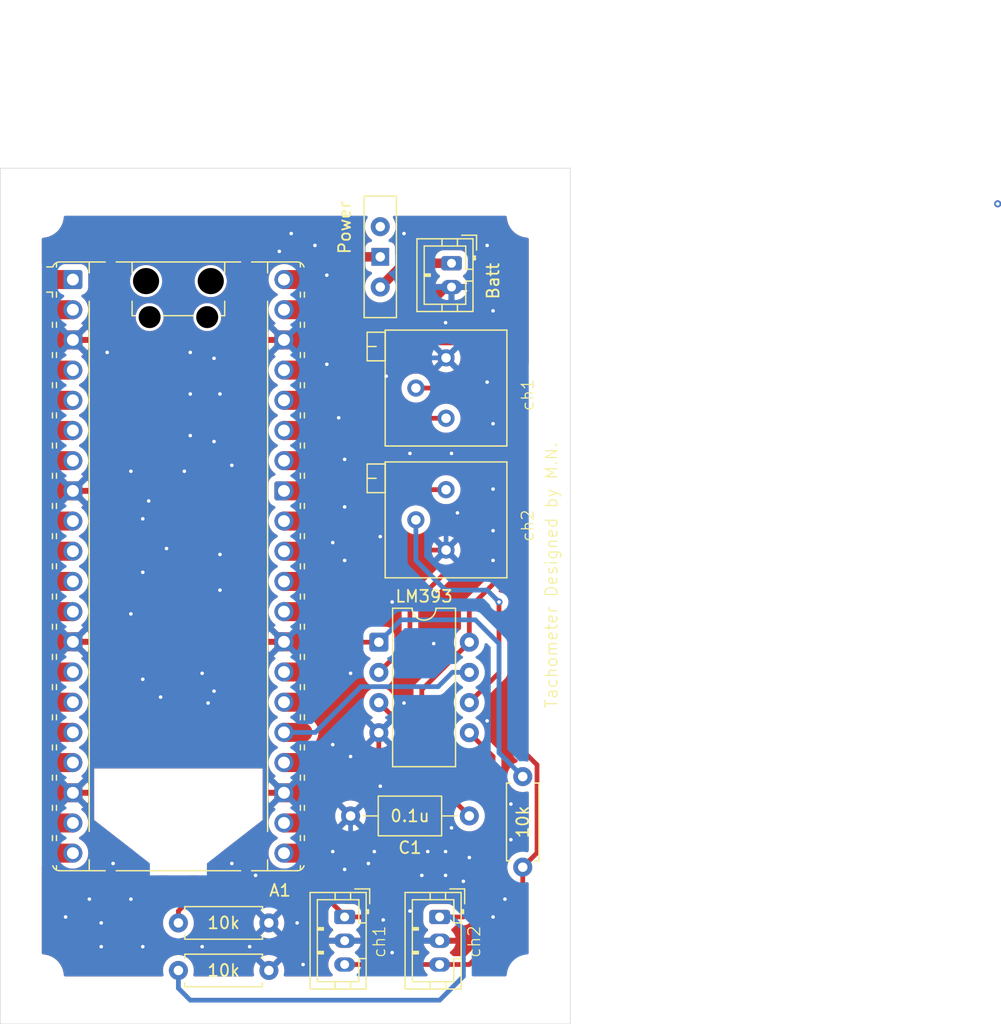
<source format=kicad_pcb>
(kicad_pcb (version 20241229) (generator "pcbnew") (generator_version "9.0")
  (layers (0 "F.Cu" signal) (2 "B.Cu" signal) (13 "F.Paste" user) (15 "B.Paste" user) (5 "F.SilkS" user "F.Silkscreen") (7 "B.SilkS" user "B.Silkscreen") (1 "F.Mask" user) (3 "B.Mask" user) (25 "Edge.Cuts" user))
  (net 0 "")
  (net 2 "GND")
  (net 7 "VPP")
  (net 12 "+3V3")
  (net 32 "Net-(J1-Pin_1)")
  (net 33 "Net-(U2-IN1(-))")
  (net 60 "Net-(J2-Pin_1)")
  (net 61 "Net-(U2-IN2(-))")
  (net 62 "Net-(A1-GPIO19)")
  (net 64 "Net-(A1-GPIO20)")
  (net 68 "Net-(J3-Pin_1)")
  (footprint "Connector_JST:JST_PH_B3B-PH-K_1x03_P2.00mm_Vertical" (layer "F.Cu") (at 144 115.5 -90)
    (property "Reference" "J1" (hide yes))
    (property "Value" "Conn_01x03_Pin" (hide yes))
  )
  (footprint "Connector_JST:JST_PH_B2B-PH-K_1x02_P2.00mm_Vertical" (layer "F.Cu") (at 153 60.5 -90)
    (property "Reference" "J3" (hide yes))
    (property "Value" "Batt")
  )
  (footprint "MountingHole:MountingHole_3.2mm_M3" (layer "F.Cu") (at 118.5 120.5)
    (property "Reference" "REF**" (hide yes))
    (property "Value" "MountingHole_3.2mm_M3" (hide yes))
  )
  (footprint "Resistor_THT:R_Axial_DIN0207_L6.3mm_D2.5mm_P7.62mm_Horizontal" (layer "F.Cu") (at 130 116)
    (property "Reference" "R2" (hide yes))
    (property "Value" "10k")
  )
  (footprint "MountingHole:MountingHole_3.2mm_M3" (layer "F.Cu") (at 159.5 120.5)
    (property "Reference" "REF**" (hide yes))
    (property "Value" "MountingHole_3.2mm_M3" (hide yes))
  )
  (footprint "Module:RaspberryPi_Pico_Common_Unspecified" (layer "F.Cu") (at 130 86)
    (property "Reference" "A1")
    (property "Value" "RaspberryPi_Pico" (hide yes))
  )
  (footprint "Potentiometer_THT:Potentiometer_Bourns_3296P_Horizontal" (layer "F.Cu") (at 152.54 79.55)
    (property "Reference" "RV2" (hide yes))
    (property "Value" "R_Potentiometer" (hide yes))
  )
  (footprint "Button_Switch_THT:SW_Slide-03_Wuerth-WS-SLTV_10x2.5x6.4_P2.54mm" (layer "F.Cu") (at 147 59.96 90)
    (property "Reference" "Power")
    (property "Value" "SW_SPST" (hide yes))
  )
  (footprint "Resistor_THT:R_Axial_DIN0207_L6.3mm_D2.5mm_P7.62mm_Horizontal" (layer "F.Cu") (at 130 120)
    (property "Reference" "R3" (hide yes))
    (property "Value" "10k")
  )
  (footprint "MountingHole:MountingHole_3.2mm_M3" (layer "F.Cu") (at 118.5 56.5)
    (property "Reference" "REF**" (hide yes))
    (property "Value" "MountingHole_3.2mm_M3" (hide yes))
  )
  (footprint "Potentiometer_THT:Potentiometer_Bourns_3296P_Horizontal" (layer "F.Cu") (at 152.54 68.46)
    (property "Reference" "RV1" (hide yes))
    (property "Value" "R_Potentiometer" (hide yes))
  )
  (footprint "Resistor_THT:R_Axial_DIN0207_L6.3mm_D2.5mm_P7.62mm_Horizontal" (layer "F.Cu") (at 159 111.31 90)
    (property "Reference" "R1")
    (property "Value" "10k")
  )
  (footprint "Capacitor_THT:C_Axial_L5.1mm_D3.1mm_P10.00mm_Horizontal" (layer "F.Cu") (at 154.5 107 180)
    (property "Reference" "C1")
    (property "Value" "0.1u")
  )
  (footprint "MountingHole:MountingHole_3.2mm_M3" (layer "F.Cu") (at 159.5 56.5)
    (property "Reference" "REF**" (hide yes))
    (property "Value" "MountingHole_3.2mm_M3" (hide yes))
  )
  (footprint "Package_DIP:CERDIP-8_W7.62mm_SideBrazed" (layer "F.Cu") (at 146.88 92.38)
    (property "Reference" "LM393")
    (property "Value" "LN393N" (hide yes))
  )
  (footprint "Connector_JST:JST_PH_B3B-PH-K_1x03_P2.00mm_Vertical" (layer "F.Cu") (at 152 115.5 -90)
    (property "Reference" "J2" (hide yes))
    (property "Value" "Conn_01x03_Pin" (hide yes))
  )
  (gr_rect (start 115 52.5) (end 163 124.5) (stroke (width 0.05)) (fill no) (layer "Edge.Cuts"))
  (gr_text "ch1" (at 160 73 90) (layer "F.SilkS") (effects (font (size 1 1) (thickness 0.1)) (justify left bottom)))
  (gr_text "ch2" (at 155.5 119 90) (layer "F.SilkS") (effects (font (size 1 1) (thickness 0.1)) (justify left bottom)))
  (gr_text "Tachometer Designed by M.N." (at 162 98 90) (layer "F.SilkS") (effects (font (size 1 1) (thickness 0.1)) (justify left bottom)))
  (gr_text "ch2" (at 160 84 90) (layer "F.SilkS") (effects (font (size 1 1) (thickness 0.1)) (justify left bottom)))
  (gr_text "ch1" (at 147.5 119 90) (layer "F.SilkS") (effects (font (size 1 1) (thickness 0.1)) (justify left bottom)))
  (via (at 199 55.5) (size 0.6) (drill 0.3) (layers "F.Cu" "B.Cu") (net 0))
  (segment (start 145.5 104) (end 145 103.5) (width 0.4) (layer "F.Cu") (net 2))
  (segment (start 137.62 120) (end 140.12 117.5) (width 0.4) (layer "F.Cu") (net 2))
  (segment (start 152.5 62.5) (end 150 65) (width 0.8) (layer "F.Cu") (net 2))
  (segment (start 139.12 117.5) (end 140.12 117.5) (width 0.4) (layer "F.Cu") (net 2))
  (segment (start 146.88 102.62) (end 146.88 100) (width 0.4) (layer "F.Cu") (net 2))
  (segment (start 150 65) (end 145 65) (width 0.8) (layer "F.Cu") (net 2))
  (segment (start 150.37 84.63) (end 142.65 92.35) (width 0.4) (layer "F.Cu") (net 2))
  (segment (start 143.05 66.95) (end 139.69 66.95) (width 0.8) (layer "F.Cu") (net 2))
  (segment (start 144.5 107) (end 145.5 106) (width 0.4) (layer "F.Cu") (net 2))
  (segment (start 145 103.5) (end 144 103.5) (width 0.4) (layer "F.Cu") (net 2))
  (segment (start 142.65 92.35) (end 139.69 92.35) (width 0.4) (layer "F.Cu") (net 2))
  (segment (start 140.12 117.5) (end 144 117.5) (width 0.4) (layer "F.Cu") (net 2))
  (segment (start 145.5 104) (end 146.88 102.62) (width 0.4) (layer "F.Cu") (net 2))
  (segment (start 145 65) (end 143.05 66.95) (width 0.8) (layer "F.Cu") (net 2))
  (segment (start 144 103.5) (end 142.45 105.05) (width 0.4) (layer "F.Cu") (net 2))
  (segment (start 142.45 105.05) (end 139.69 105.05) (width 0.4) (layer "F.Cu") (net 2))
  (segment (start 137.62 116) (end 139.12 117.5) (width 0.4) (layer "F.Cu") (net 2))
  (segment (start 144 117.5) (end 152 117.5) (width 0.4) (layer "F.Cu") (net 2))
  (segment (start 145.5 106) (end 145.5 104) (width 0.4) (layer "F.Cu") (net 2))
  (segment (start 152.54 84.63) (end 150.37 84.63) (width 0.4) (layer "F.Cu") (net 2))
  (via (at 144 77) (size 0.6) (drill 0.3) (layers "F.Cu" "B.Cu") (net 2))
  (via (at 126 78) (size 0.6) (drill 0.3) (layers "F.Cu" "B.Cu") (net 2))
  (via (at 133.5 88) (size 0.6) (drill 0.3) (layers "F.Cu" "B.Cu") (net 2))
  (via (at 152.5 65.5) (size 0.6) (drill 0.3) (layers "F.Cu" "B.Cu") (net 2))
  (via (at 126 114) (size 0.6) (drill 0.3) (layers "F.Cu" "B.Cu") (net 2))
  (via (at 127 82) (size 0.6) (drill 0.3) (layers "F.Cu" "B.Cu") (net 2))
  (via (at 156.5 74) (size 0.6) (drill 0.3) (layers "F.Cu" "B.Cu") (net 2))
  (via (at 132.5 97.5) (size 0.6) (drill 0.3) (layers "F.Cu" "B.Cu") (net 2))
  (via (at 127 95.5) (size 0.6) (drill 0.3) (layers "F.Cu" "B.Cu") (net 2))
  (via (at 154 112.5) (size 0.6) (drill 0.3) (layers "F.Cu" "B.Cu") (net 2))
  (via (at 148 118.5) (size 0.6) (drill 0.3) (layers "F.Cu" "B.Cu") (net 2))
  (via (at 130.5 78) (size 0.6) (drill 0.3) (layers "F.Cu" "B.Cu") (net 2))
  (via (at 126 90) (size 0.6) (drill 0.3) (layers "F.Cu" "B.Cu") (net 2))
  (via (at 156 99) (size 0.6) (drill 0.3) (layers "F.Cu" "B.Cu") (net 2))
  (via (at 136.5 112) (size 0.6) (drill 0.3) (layers "F.Cu" "B.Cu") (net 2))
  (via (at 158 106) (size 0.6) (drill 0.3) (layers "F.Cu" "B.Cu") (net 2))
  (via (at 144 81) (size 0.6) (drill 0.3) (layers "F.Cu" "B.Cu") (net 2))
  (via (at 136 118) (size 0.6) (drill 0.3) (layers "F.Cu" "B.Cu") (net 2))
  (via (at 127.5 80.5) (size 0.6) (drill 0.3) (layers "F.Cu" "B.Cu") (net 2))
  (via (at 149.5 76.5) (size 0.6) (drill 0.3) (layers "F.Cu" "B.Cu") (net 2))
  (via (at 139.5 58) (size 0.6) (drill 0.3) (layers "F.Cu" "B.Cu") (net 2))
  (via (at 153.5 81.5) (size 0.6) (drill 0.3) (layers "F.Cu" "B.Cu") (net 2))
  (via (at 134.5 77.5) (size 0.6) (drill 0.3) (layers "F.Cu" "B.Cu") (net 2))
  (via (at 143 84) (size 0.6) (drill 0.3) (layers "F.Cu" "B.Cu") (net 2))
  (via (at 153 108) (size 0.6) (drill 0.3) (layers "F.Cu" "B.Cu") (net 2))
  (via (at 133.5 85) (size 0.6) (drill 0.3) (layers "F.Cu" "B.Cu") (net 2))
  (via (at 144.5 102) (size 0.6) (drill 0.3) (layers "F.Cu" "B.Cu") (net 2))
  (via (at 133.5 71.5) (size 0.6) (drill 0.3) (layers "F.Cu" "B.Cu") (net 2))
  (via (at 131 71.5) (size 0.6) (drill 0.3) (layers "F.Cu" "B.Cu") (net 2))
  (via (at 129 84.5) (size 0.6) (drill 0.3) (layers "F.Cu" "B.Cu") (net 2))
  (via (at 140.5 119.5) (size 0.6) (drill 0.3) (layers "F.Cu" "B.Cu") (net 2))
  (via (at 147 83.5) (size 0.6) (drill 0.3) (layers "F.Cu" "B.Cu") (net 2))
  (via (at 141.5 59) (size 0.6) (drill 0.3) (layers "F.Cu" "B.Cu") (net 2))
  (via (at 127 86.5) (size 0.6) (drill 0.3) (layers "F.Cu" "B.Cu") (net 2))
  (via (at 122.5 114) (size 0.6) (drill 0.3) (layers "F.Cu" "B.Cu") (net 2))
  (via (at 123.5 116) (size 0.6) (drill 0.3) (layers "F.Cu" "B.Cu") (net 2))
  (via (at 146.5 110) (size 0.6) (drill 0.3) (layers "F.Cu" "B.Cu") (net 2))
  (via (at 132 118) (size 0.6) (drill 0.3) (layers "F.Cu" "B.Cu") (net 2))
  (via (at 149 97.5) (size 0.6) (drill 0.3) (layers "F.Cu" "B.Cu") (net 2))
  (via (at 152.5 112) (size 0.6) (drill 0.3) (layers "F.Cu" "B.Cu") (net 2))
  (via (at 151 110) (size 0.6) (drill 0.3) (layers "F.Cu" "B.Cu") (net 2))
  (via (at 140 116) (size 0.6) (drill 0.3) (layers "F.Cu" "B.Cu") (net 2))
  (via (at 133 75.5) (size 0.6) (drill 0.3) (layers "F.Cu" "B.Cu") (net 2))
  (via (at 156.5 115.5) (size 0.6) (drill 0.3) (layers "F.Cu" "B.Cu") (net 2))
  (via (at 142.5 61.5) (size 0.6) (drill 0.3) (layers "F.Cu" "B.Cu") (net 2))
  (via (at 152.5 110) (size 0.6) (drill 0.3) (layers "F.Cu" "B.Cu") (net 2))
  (via (at 150.5 112) (size 0.6) (drill 0.3) (layers "F.Cu" "B.Cu") (net 2))
  (via (at 157.5 114) (size 0.6) (drill 0.3) (layers "F.Cu" "B.Cu") (net 2))
  (via (at 153 76.5) (size 0.6) (drill 0.3) (layers "F.Cu" "B.Cu") (net 2))
  (via (at 156.5 79.5) (size 0.6) (drill 0.3) (layers "F.Cu" "B.Cu") (net 2))
  (via (at 151.5 92.5) (size 0.6) (drill 0.3) (layers "F.Cu" "B.Cu") (net 2))
  (via (at 146 111) (size 0.6) (drill 0.3) (layers "F.Cu" "B.Cu") (net 2))
  (via (at 156.5 85.5) (size 0.6) (drill 0.3) (layers "F.Cu" "B.Cu") (net 2))
  (via (at 134.5 111) (size 0.6) (drill 0.3) (layers "F.Cu" "B.Cu") (net 2))
  (via (at 143 101) (size 0.6) (drill 0.3) (layers "F.Cu" "B.Cu") (net 2))
  (via (at 154.5 110.5) (size 0.6) (drill 0.3) (layers "F.Cu" "B.Cu") (net 2))
  (via (at 131 75) (size 0.6) (drill 0.3) (layers "F.Cu" "B.Cu") (net 2))
  (via (at 142.5 69) (size 0.6) (drill 0.3) (layers "F.Cu" "B.Cu") (net 2))
  (via (at 124.5 111) (size 0.6) (drill 0.3) (layers "F.Cu" "B.Cu") (net 2))
  (via (at 147.25 115.75) (size 0.6) (drill 0.3) (layers "F.Cu" "B.Cu") (net 2))
  (via (at 131 68) (size 0.6) (drill 0.3) (layers "F.Cu" "B.Cu") (net 2))
  (via (at 124 68) (size 0.6) (drill 0.3) (layers "F.Cu" "B.Cu") (net 2))
  (via (at 144 111.5) (size 0.6) (drill 0.3) (layers "F.Cu" "B.Cu") (net 2))
  (via (at 123.5 118) (size 0.6) (drill 0.3) (layers "F.Cu" "B.Cu") (net 2))
  (via (at 133 96.5) (size 0.6) (drill 0.3) (layers "F.Cu" "B.Cu") (net 2))
  (via (at 132 95) (size 0.6) (drill 0.3) (layers "F.Cu" "B.Cu") (net 2))
  (via (at 144 85.5) (size 0.6) (drill 0.3) (layers "F.Cu" "B.Cu") (net 2))
  (via (at 133 68.5) (size 0.6) (drill 0.3) (layers "F.Cu" "B.Cu") (net 2))
  (via (at 148 89) (size 0.6) (drill 0.3) (layers "F.Cu" "B.Cu") (net 2))
  (via (at 144.5 95) (size 0.6) (drill 0.3) (layers "F.Cu" "B.Cu") (net 2))
  (via (at 128.5 97) (size 0.6) (drill 0.3) (layers "F.Cu" "B.Cu") (net 2))
  (via (at 156 59) (size 0.6) (drill 0.3) (layers "F.Cu" "B.Cu") (net 2))
  (via (at 156 70.5) (size 0.6) (drill 0.3) (layers "F.Cu" "B.Cu") (net 2))
  (via (at 120.5 115.5) (size 0.6) (drill 0.3) (layers "F.Cu" "B.Cu") (net 2))
  (via (at 156.5 83) (size 0.6) (drill 0.3) (layers "F.Cu" "B.Cu") (net 2))
  (via (at 149 58) (size 0.6) (drill 0.3) (layers "F.Cu" "B.Cu") (net 2))
  (via (at 147.5 70) (size 0.6) (drill 0.3) (layers "F.Cu" "B.Cu") (net 2))
  (via (at 149.5 115) (size 0.6) (drill 0.3) (layers "F.Cu" "B.Cu") (net 2))
  (via (at 158 109) (size 0.6) (drill 0.3) (layers "F.Cu" "B.Cu") (net 2))
  (via (at 138.5 59.5) (size 0.6) (drill 0.3) (layers "F.Cu" "B.Cu") (net 2))
  (via (at 143 110) (size 0.6) (drill 0.3) (layers "F.Cu" "B.Cu") (net 2))
  (via (at 156.5 64.5) (size 0.6) (drill 0.3) (layers "F.Cu" "B.Cu") (net 2))
  (via (at 127 118) (size 0.6) (drill 0.3) (layers "F.Cu" "B.Cu") (net 2))
  (via (at 147 104.5) (size 0.6) (drill 0.3) (layers "F.Cu" "B.Cu") (net 2))
  (via (at 143.5 73.5) (size 0.6) (drill 0.3) (layers "F.Cu" "B.Cu") (net 2))
  (segment (start 150.04 68.46) (end 148.5 70) (width 0.4) (layer "B.Cu") (net 2))
  (segment (start 147.5 112.5) (end 146 111) (width 0.4) (layer "B.Cu") (net 2))
  (segment (start 149.5 80.5) (end 150.997667 80.5) (width 0.4) (layer "B.Cu") (net 2))
  (segment (start 148.5 70) (end 148.5 79.5) (width 0.4) (layer "B.Cu") (net 2))
  (segment (start 145.5 117.5) (end 147.25 115.75) (width 0.4) (layer "B.Cu") (net 2))
  (segment (start 147.5 115.5) (end 147.5 112.5) (width 0.4) (layer "B.Cu") (net 2))
  (segment (start 144 117.5) (end 145.5 117.5) (width 0.4) (layer "B.Cu") (net 2))
  (segment (start 148.5 79.5) (end 149.5 80.5) (width 0.4) (layer "B.Cu") (net 2))
  (segment (start 152.54 82.042333) (end 152.54 84.63) (width 0.4) (layer "B.Cu") (net 2))
  (segment (start 146 111) (end 144.5 109.5) (width 0.4) (layer "B.Cu") (net 2))
  (segment (start 147.25 115.75) (end 147.5 115.5) (width 0.4) (layer "B.Cu") (net 2))
  (segment (start 144.5 109.5) (end 144.5 107) (width 0.4) (layer "B.Cu") (net 2))
  (segment (start 150.997667 80.5) (end 152.54 82.042333) (width 0.4) (layer "B.Cu") (net 2))
  (segment (start 152.54 68.46) (end 150.04 68.46) (width 0.4) (layer "B.Cu") (net 2))
  (segment (start 143.09 64.41) (end 139.69 64.41) (width 0.8) (layer "F.Cu") (net 7))
  (segment (start 145.54 59.96) (end 144.5 61) (width 0.8) (layer "F.Cu") (net 7))
  (segment (start 144.5 61) (end 144.5 63) (width 0.8) (layer "F.Cu") (net 7))
  (segment (start 144.5 63) (end 143.09 64.41) (width 0.8) (layer "F.Cu") (net 7))
  (segment (start 147 59.96) (end 145.54 59.96) (width 0.8) (layer "F.Cu") (net 7))
  (segment (start 149.05 79.55) (end 145.54 76.04) (width 0.4) (layer "F.Cu") (net 12))
  (segment (start 156 118) (end 159 115) (width 0.4) (layer "F.Cu") (net 12))
  (segment (start 152 119.5) (end 154.5 119.5) (width 0.4) (layer "F.Cu") (net 12))
  (segment (start 154.5 119.5) (end 156 118) (width 0.4) (layer "F.Cu") (net 12))
  (segment (start 154.5 107) (end 150.5 103) (width 0.4) (layer "F.Cu") (net 12))
  (segment (start 144.4 69.1) (end 146 67.5) (width 0.8) (layer "F.Cu") (net 12))
  (segment (start 150.5 96.38) (end 154.5 92.38) (width 0.4) (layer "F.Cu") (net 12))
  (segment (start 145.54 73.54) (end 145.54 70.24) (width 0.4) (layer "F.Cu") (net 12))
  (segment (start 144.4 69.1) (end 141.47 72.03) (width 0.8) (layer "F.Cu") (net 12))
  (segment (start 159 97) (end 159 101.5) (width 0.8) (layer "F.Cu") (net 12))
  (segment (start 160.201 110.109) (end 160.201 102.701) (width 0.4) (layer "F.Cu") (net 12))
  (segment (start 159 111.31) (end 159 115) (width 0.4) (layer "F.Cu") (net 12))
  (segment (start 145.54 73.54) (end 152.54 73.54) (width 0.4) (layer "F.Cu") (net 12))
  (segment (start 145.54 73) (end 145.54 73.54) (width 0.4) (layer "F.Cu") (net 12))
  (segment (start 141.47 72.03) (end 139.69 72.03) (width 0.8) (layer "F.Cu") (net 12))
  (segment (start 159 70) (end 159 85) (width 0.8) (layer "F.Cu") (net 12))
  (segment (start 154.5 92.38) (end 154.5 89.5) (width 0.4) (layer "F.Cu") (net 12))
  (segment (start 150.5 103) (end 150.5 96.38) (width 0.4) (layer "F.Cu") (net 12))
  (segment (start 145.54 76.04) (end 145.54 73) (width 0.4) (layer "F.Cu") (net 12))
  (segment (start 156 67) (end 158.5 69.5) (width 0.8) (layer "F.Cu") (net 12))
  (segment (start 146.5 67) (end 155.5 67) (width 0.8) (layer "F.Cu") (net 12))
  (segment (start 159 111.31) (end 160.201 110.109) (width 0.4) (layer "F.Cu") (net 12))
  (segment (start 155.5 67) (end 156 67) (width 0.8) (layer "F.Cu") (net 12))
  (segment (start 145.54 70.24) (end 144.4 69.1) (width 0.4) (layer "F.Cu") (net 12))
  (segment (start 159 85) (end 159 97) (width 0.8) (layer "F.Cu") (net 12))
  (segment (start 154.5 89.5) (end 159 85) (width 0.4) (layer "F.Cu") (net 12))
  (segment (start 160.201 102.701) (end 159 101.5) (width 0.4) (layer "F.Cu") (net 12))
  (segment (start 152.54 79.55) (end 149.05 79.55) (width 0.4) (layer "F.Cu") (net 12))
  (segment (start 158.5 69.5) (end 159 70) (width 0.8) (layer "F.Cu") (net 12))
  (segment (start 146 67.5) (end 146.5 67) (width 0.8) (layer "F.Cu") (net 12))
  (segment (start 144 119.5) (end 152 119.5) (width 0.4) (layer "F.Cu") (net 12))
  (segment (start 130 115) (end 131 114) (width 0.4) (layer "F.Cu") (net 32))
  (segment (start 149 99.58) (end 149 112) (width 0.4) (layer "F.Cu") (net 32))
  (segment (start 145.5 115.5) (end 144 115.5) (width 0.4) (layer "F.Cu") (net 32))
  (segment (start 131 114) (end 142.601 114) (width 0.4) (layer "F.Cu") (net 32))
  (segment (start 142.601 114) (end 144 115.399) (width 0.4) (layer "F.Cu") (net 32))
  (segment (start 130 116) (end 130 115) (width 0.4) (layer "F.Cu") (net 32))
  (segment (start 149 112) (end 145.5 115.5) (width 0.4) (layer "F.Cu") (net 32))
  (segment (start 146.88 97.46) (end 149 99.58) (width 0.4) (layer "F.Cu") (net 32))
  (segment (start 153.5 71) (end 155 72.5) (width 0.4) (layer "F.Cu") (net 33))
  (segment (start 155 72.5) (end 155 86) (width 0.4) (layer "F.Cu") (net 33))
  (segment (start 149.5 92.3) (end 146.88 94.92) (width 0.4) (layer "F.Cu") (net 33))
  (segment (start 149.5 89.5) (end 149.5 92.3) (width 0.4) (layer "F.Cu") (net 33))
  (segment (start 153 86) (end 149.5 89.5) (width 0.4) (layer "F.Cu") (net 33))
  (segment (start 150 71) (end 153.5 71) (width 0.4) (layer "F.Cu") (net 33))
  (segment (start 155 86) (end 153 86) (width 0.4) (layer "F.Cu") (net 33))
  (segment (start 154 115.5) (end 152 115.5) (width 0.4) (layer "F.Cu") (net 60))
  (segment (start 156.5 113) (end 154 115.5) (width 0.4) (layer "F.Cu") (net 60))
  (segment (start 154.5 100) (end 156.5 102) (width 0.4) (layer "F.Cu") (net 60))
  (segment (start 156.5 102) (end 156.5 113) (width 0.4) (layer "F.Cu") (net 60))
  (segment (start 130 121.5) (end 131 122.5) (width 0.4) (layer "B.Cu") (net 60))
  (segment (start 130 120) (end 130 121.5) (width 0.4) (layer "B.Cu") (net 60))
  (segment (start 152 122.5) (end 154 120.5) (width 0.4) (layer "B.Cu") (net 60))
  (segment (start 153 115.5) (end 152 115.5) (width 0.4) (layer "B.Cu") (net 60))
  (segment (start 154 116.5) (end 153 115.5) (width 0.4) (layer "B.Cu") (net 60))
  (segment (start 154 120.5) (end 154 116.5) (width 0.4) (layer "B.Cu") (net 60))
  (segment (start 131 122.5) (end 152 122.5) (width 0.4) (layer "B.Cu") (net 60))
  (segment (start 157 94.96) (end 157 89) (width 0.4) (layer "F.Cu") (net 61))
  (segment (start 154.5 97.46) (end 157 94.96) (width 0.4) (layer "F.Cu") (net 61))
  (via (at 157 89) (size 0.6) (drill 0.3) (layers "F.Cu" "B.Cu") (net 61))
  (segment (start 150 85.5) (end 152.5 88) (width 0.4) (layer "B.Cu") (net 61))
  (segment (start 150 82.09) (end 150 85.5) (width 0.4) (layer "B.Cu") (net 61))
  (segment (start 152.5 88) (end 156 88) (width 0.4) (layer "B.Cu") (net 61))
  (segment (start 156 88) (end 157 89) (width 0.4) (layer "B.Cu") (net 61))
  (segment (start 157 89) (end 156.75 88.75) (width 0.4) (layer "B.Cu") (net 61))
  (segment (start 141.53 99.97) (end 145.379 96.121) (width 0.4) (layer "B.Cu") (net 62))
  (segment (start 151.879 96.121) (end 153.08 94.92) (width 0.4) (layer "B.Cu") (net 62))
  (segment (start 153.08 94.92) (end 154.5 94.92) (width 0.4) (layer "B.Cu") (net 62))
  (segment (start 145.379 96.121) (end 151.879 96.121) (width 0.4) (layer "B.Cu") (net 62))
  (segment (start 138.89 99.97) (end 141.53 99.97) (width 0.4) (layer "B.Cu") (net 62))
  (segment (start 146.88 92.38) (end 145.12 92.38) (width 0.4) (layer "F.Cu") (net 64))
  (segment (start 143.07 96.43) (end 142.07 97.43) (width 0.4) (layer "F.Cu") (net 64))
  (segment (start 143.07 94.43) (end 143.07 96.43) (width 0.4) (layer "F.Cu") (net 64))
  (segment (start 145.12 92.38) (end 143.07 94.43) (width 0.4) (layer "F.Cu") (net 64))
  (segment (start 142.07 97.43) (end 139.69 97.43) (width 0.4) (layer "F.Cu") (net 64))
  (segment (start 157 101.69) (end 157 92.5) (width 0.4) (layer "B.Cu") (net 64))
  (segment (start 148.76 90.5) (end 146.88 92.38) (width 0.4) (layer "B.Cu") (net 64))
  (segment (start 155 90.5) (end 148.76 90.5) (width 0.4) (layer "B.Cu") (net 64))
  (segment (start 157 92.5) (end 155 90.5) (width 0.4) (layer "B.Cu") (net 64))
  (segment (start 159 103.69) (end 157 101.69) (width 0.4) (layer "B.Cu") (net 64))
  (segment (start 152.5 60.5) (end 149 60.5) (width 0.8) (layer "F.Cu") (net 68))
  (segment (start 149 60.5) (end 147 62.5) (width 0.8) (layer "F.Cu") (net 68))
  (zone (net 2) (net_name "GND") (layer "F.Cu") (connect_pads (clearance 0.5)) (min_thickness 0.25) (fill yes (thermal_gap 0.5) (thermal_bridge_width 0.5))
    (polygon (pts (xy 118.5 56.5) (xy 159.5 56.5) (xy 159.5 120.5) (xy 118.5 120.5)))
  )
  (zone (net 2) (net_name "GND") (layer "B.Cu") (priority 1) (connect_pads (clearance 0.5)) (min_thickness 0.25) (fill yes (thermal_gap 0.5) (thermal_bridge_width 0.5))
    (polygon (pts (xy 118.5 56.5) (xy 159.5 56.5) (xy 159.5 120.5) (xy 118.5 120.5)))
  )
)
</source>
